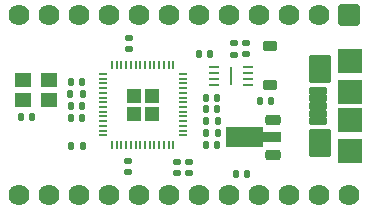
<source format=gbr>
%TF.GenerationSoftware,KiCad,Pcbnew,8.0.7*%
%TF.CreationDate,2025-01-16T05:51:54+01:00*%
%TF.ProjectId,RP2040Micro,52503230-3430-44d6-9963-726f2e6b6963,rev?*%
%TF.SameCoordinates,Original*%
%TF.FileFunction,Soldermask,Top*%
%TF.FilePolarity,Negative*%
%FSLAX46Y46*%
G04 Gerber Fmt 4.6, Leading zero omitted, Abs format (unit mm)*
G04 Created by KiCad (PCBNEW 8.0.7) date 2025-01-16 05:51:54*
%MOMM*%
%LPD*%
G01*
G04 APERTURE LIST*
G04 Aperture macros list*
%AMRoundRect*
0 Rectangle with rounded corners*
0 $1 Rounding radius*
0 $2 $3 $4 $5 $6 $7 $8 $9 X,Y pos of 4 corners*
0 Add a 4 corners polygon primitive as box body*
4,1,4,$2,$3,$4,$5,$6,$7,$8,$9,$2,$3,0*
0 Add four circle primitives for the rounded corners*
1,1,$1+$1,$2,$3*
1,1,$1+$1,$4,$5*
1,1,$1+$1,$6,$7*
1,1,$1+$1,$8,$9*
0 Add four rect primitives between the rounded corners*
20,1,$1+$1,$2,$3,$4,$5,0*
20,1,$1+$1,$4,$5,$6,$7,0*
20,1,$1+$1,$6,$7,$8,$9,0*
20,1,$1+$1,$8,$9,$2,$3,0*%
%AMFreePoly0*
4,1,9,3.862500,-0.866500,0.737500,-0.866500,0.737500,-0.450000,-0.737500,-0.450000,-0.737500,0.450000,0.737500,0.450000,0.737500,0.866500,3.862500,0.866500,3.862500,-0.866500,3.862500,-0.866500,$1*%
G04 Aperture macros list end*
%ADD10C,0.120000*%
%ADD11RoundRect,0.140000X-0.170000X0.140000X-0.170000X-0.140000X0.170000X-0.140000X0.170000X0.140000X0*%
%ADD12RoundRect,0.135000X0.135000X0.185000X-0.135000X0.185000X-0.135000X-0.185000X0.135000X-0.185000X0*%
%ADD13RoundRect,0.140000X0.140000X0.170000X-0.140000X0.170000X-0.140000X-0.170000X0.140000X-0.170000X0*%
%ADD14RoundRect,0.225000X0.375000X-0.225000X0.375000X0.225000X-0.375000X0.225000X-0.375000X-0.225000X0*%
%ADD15RoundRect,0.140000X-0.140000X-0.170000X0.140000X-0.170000X0.140000X0.170000X-0.140000X0.170000X0*%
%ADD16R,1.400000X1.200000*%
%ADD17RoundRect,0.140000X0.170000X-0.140000X0.170000X0.140000X-0.170000X0.140000X-0.170000X-0.140000X0*%
%ADD18RoundRect,0.225000X0.425000X0.225000X-0.425000X0.225000X-0.425000X-0.225000X0.425000X-0.225000X0*%
%ADD19FreePoly0,180.000000*%
%ADD20RoundRect,0.050000X-0.050000X0.330000X-0.050000X-0.330000X0.050000X-0.330000X0.050000X0.330000X0*%
%ADD21RoundRect,0.050000X0.330000X0.050000X-0.330000X0.050000X-0.330000X-0.050000X0.330000X-0.050000X0*%
%ADD22RoundRect,0.102000X-0.787400X0.787400X-0.787400X-0.787400X0.787400X-0.787400X0.787400X0.787400X0*%
%ADD23C,1.778800*%
%ADD24RoundRect,0.102000X0.675000X-0.200000X0.675000X0.200000X-0.675000X0.200000X-0.675000X-0.200000X0*%
%ADD25RoundRect,0.102000X0.800000X-1.050000X0.800000X1.050000X-0.800000X1.050000X-0.800000X-1.050000X0*%
%ADD26RoundRect,0.102000X0.950000X-0.900000X0.950000X0.900000X-0.950000X0.900000X-0.950000X-0.900000X0*%
%ADD27RoundRect,0.102000X0.950000X-0.950000X0.950000X0.950000X-0.950000X0.950000X-0.950000X-0.950000X0*%
%ADD28RoundRect,0.062500X-0.387500X-0.062500X0.387500X-0.062500X0.387500X0.062500X-0.387500X0.062500X0*%
%ADD29R,0.200000X1.600000*%
%ADD30RoundRect,0.135000X0.185000X-0.135000X0.185000X0.135000X-0.185000X0.135000X-0.185000X-0.135000X0*%
G04 APERTURE END LIST*
D10*
%TO.C,U1*%
X116919800Y-90326000D02*
X115819800Y-90326000D01*
X115819800Y-89226000D01*
X116919800Y-89226000D01*
X116919800Y-90326000D01*
G36*
X116919800Y-90326000D02*
G01*
X115819800Y-90326000D01*
X115819800Y-89226000D01*
X116919800Y-89226000D01*
X116919800Y-90326000D01*
G37*
X116919800Y-91876000D02*
X115819800Y-91876000D01*
X115819800Y-90776000D01*
X116919800Y-90776000D01*
X116919800Y-91876000D01*
G36*
X116919800Y-91876000D02*
G01*
X115819800Y-91876000D01*
X115819800Y-90776000D01*
X116919800Y-90776000D01*
X116919800Y-91876000D01*
G37*
X118469800Y-90326000D02*
X117369800Y-90326000D01*
X117369800Y-89226000D01*
X118469800Y-89226000D01*
X118469800Y-90326000D01*
G36*
X118469800Y-90326000D02*
G01*
X117369800Y-90326000D01*
X117369800Y-89226000D01*
X118469800Y-89226000D01*
X118469800Y-90326000D01*
G37*
X118469800Y-91876000D02*
X117369800Y-91876000D01*
X117369800Y-90776000D01*
X118469800Y-90776000D01*
X118469800Y-91876000D01*
G36*
X118469800Y-91876000D02*
G01*
X117369800Y-91876000D01*
X117369800Y-90776000D01*
X118469800Y-90776000D01*
X118469800Y-91876000D01*
G37*
%TD*%
D11*
%TO.C,C11*%
X115950000Y-95320000D03*
X115950000Y-96280000D03*
%TD*%
D12*
%TO.C,R2*%
X112060000Y-89675000D03*
X111040000Y-89675000D03*
%TD*%
D13*
%TO.C,C12*%
X112005000Y-90700000D03*
X111045000Y-90700000D03*
%TD*%
D12*
%TO.C,R4*%
X123495000Y-92950000D03*
X122475000Y-92950000D03*
%TD*%
D14*
%TO.C,D1*%
X127970000Y-88870000D03*
X127970000Y-85570000D03*
%TD*%
D15*
%TO.C,C14*%
X121930000Y-86280000D03*
X122890000Y-86280000D03*
%TD*%
D11*
%TO.C,C9*%
X120025000Y-95370000D03*
X120025000Y-96330000D03*
%TD*%
D15*
%TO.C,C6*%
X122515000Y-89975000D03*
X123475000Y-89975000D03*
%TD*%
D16*
%TO.C,Y1*%
X107050000Y-90125000D03*
X109250000Y-90125000D03*
X109250000Y-88425000D03*
X107050000Y-88425000D03*
%TD*%
D11*
%TO.C,C10*%
X121070000Y-95376000D03*
X121070000Y-96336000D03*
%TD*%
D17*
%TO.C,C13*%
X115975000Y-85855000D03*
X115975000Y-84895000D03*
%TD*%
D18*
%TO.C,U2*%
X128220000Y-94830000D03*
D19*
X128132500Y-93330000D03*
D18*
X128220000Y-91830000D03*
%TD*%
D15*
%TO.C,C2*%
X125060000Y-96420000D03*
X126020000Y-96420000D03*
%TD*%
D20*
%TO.C,U1*%
X119744800Y-87166000D03*
X119344800Y-87166000D03*
X118944800Y-87166000D03*
X118544800Y-87166000D03*
X118144800Y-87166000D03*
X117744800Y-87166000D03*
X117344800Y-87166000D03*
X116944800Y-87166000D03*
X116544800Y-87166000D03*
X116144800Y-87166000D03*
X115744800Y-87166000D03*
X115344800Y-87166000D03*
X114944800Y-87166000D03*
X114544800Y-87166000D03*
D21*
X113759800Y-87951000D03*
X113759800Y-88351000D03*
X113759800Y-88751000D03*
X113759800Y-89151000D03*
X113759800Y-89551000D03*
X113759800Y-89951000D03*
X113759800Y-90351000D03*
X113759800Y-90751000D03*
X113759800Y-91151000D03*
X113759800Y-91551000D03*
X113759800Y-91951000D03*
X113759800Y-92351000D03*
X113759800Y-92751000D03*
X113759800Y-93151000D03*
D20*
X114544800Y-93936000D03*
X114944800Y-93936000D03*
X115344800Y-93936000D03*
X115744800Y-93936000D03*
X116144800Y-93936000D03*
X116544800Y-93936000D03*
X116944800Y-93936000D03*
X117344800Y-93936000D03*
X117744800Y-93936000D03*
X118144800Y-93936000D03*
X118544800Y-93936000D03*
X118944800Y-93936000D03*
X119344800Y-93936000D03*
X119744800Y-93936000D03*
D21*
X120529800Y-93151000D03*
X120529800Y-92751000D03*
X120529800Y-92351000D03*
X120529800Y-91951000D03*
X120529800Y-91551000D03*
X120529800Y-91151000D03*
X120529800Y-90751000D03*
X120529800Y-90351000D03*
X120529800Y-89951000D03*
X120529800Y-89551000D03*
X120529800Y-89151000D03*
X120529800Y-88751000D03*
X120529800Y-88351000D03*
X120529800Y-87951000D03*
%TD*%
D15*
%TO.C,C5*%
X106845000Y-91600000D03*
X107805000Y-91600000D03*
%TD*%
%TO.C,C8*%
X122520000Y-93950000D03*
X123480000Y-93950000D03*
%TD*%
D13*
%TO.C,C4*%
X112005000Y-88600000D03*
X111045000Y-88600000D03*
%TD*%
D22*
%TO.C,U5*%
X134650000Y-83000000D03*
D23*
X132110000Y-83000000D03*
X129570000Y-83000000D03*
X127030000Y-83000000D03*
X124490000Y-83000000D03*
X121950000Y-83000000D03*
X119410000Y-83000000D03*
X116870000Y-83000000D03*
X114330000Y-83000000D03*
X111790000Y-83000000D03*
X109250000Y-83000000D03*
X106710000Y-83000000D03*
X106710000Y-98240000D03*
X109250000Y-98240000D03*
X111790000Y-98240000D03*
X114330000Y-98240000D03*
X116870000Y-98240000D03*
X119410000Y-98240000D03*
X121950000Y-98240000D03*
X124490000Y-98240000D03*
X127030000Y-98240000D03*
X129570000Y-98240000D03*
X132110000Y-98240000D03*
X134650000Y-98240000D03*
%TD*%
D24*
%TO.C,J1*%
X132000000Y-91970000D03*
X132000000Y-91320000D03*
X132000000Y-90670000D03*
X132000000Y-90020000D03*
X132000000Y-89370000D03*
D25*
X132125000Y-93770000D03*
X132125000Y-87570000D03*
D26*
X134675000Y-94470000D03*
D27*
X134675000Y-91870000D03*
X134675000Y-89470000D03*
D26*
X134675000Y-86870000D03*
%TD*%
D12*
%TO.C,R6*%
X112075000Y-94050000D03*
X111055000Y-94050000D03*
%TD*%
D13*
%TO.C,C1*%
X128040000Y-90240000D03*
X127080000Y-90240000D03*
%TD*%
D12*
%TO.C,R3*%
X123495000Y-91950000D03*
X122475000Y-91950000D03*
%TD*%
D28*
%TO.C,U4*%
X123200000Y-87350000D03*
X123200000Y-87850000D03*
X123200000Y-88350000D03*
X123200000Y-88850000D03*
X126050000Y-88850000D03*
X126050000Y-88350000D03*
X126050000Y-87850000D03*
X126050000Y-87350000D03*
D29*
X124625000Y-88100000D03*
%TD*%
D15*
%TO.C,C15*%
X122520000Y-90950000D03*
X123480000Y-90950000D03*
%TD*%
D30*
%TO.C,R1*%
X124870000Y-86350000D03*
X124870000Y-85330000D03*
%TD*%
D13*
%TO.C,C7*%
X112030000Y-91700000D03*
X111070000Y-91700000D03*
%TD*%
D17*
%TO.C,C3*%
X125900000Y-86280000D03*
X125900000Y-85320000D03*
%TD*%
M02*

</source>
